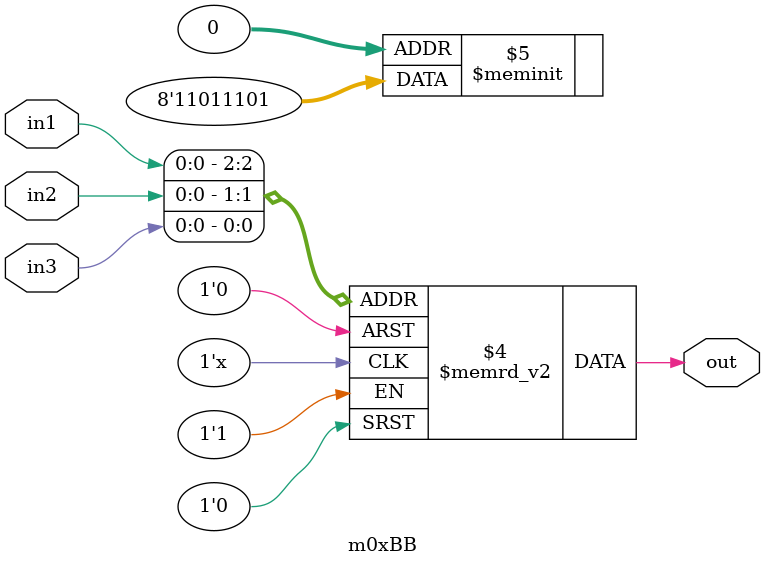
<source format=v>
module m0xBB(output out, input in1, in2, in3);

   always @(in1, in2, in3)
     begin
        case({in1, in2, in3})
          3'b000: {out} = 1'b1;
          3'b001: {out} = 1'b0;
          3'b010: {out} = 1'b1;
          3'b011: {out} = 1'b1;
          3'b100: {out} = 1'b1;
          3'b101: {out} = 1'b0;
          3'b110: {out} = 1'b1;
          3'b111: {out} = 1'b1;
        endcase // case ({in1, in2, in3})
     end // always @ (in1, in2, in3)

endmodule // m0xBB
</source>
